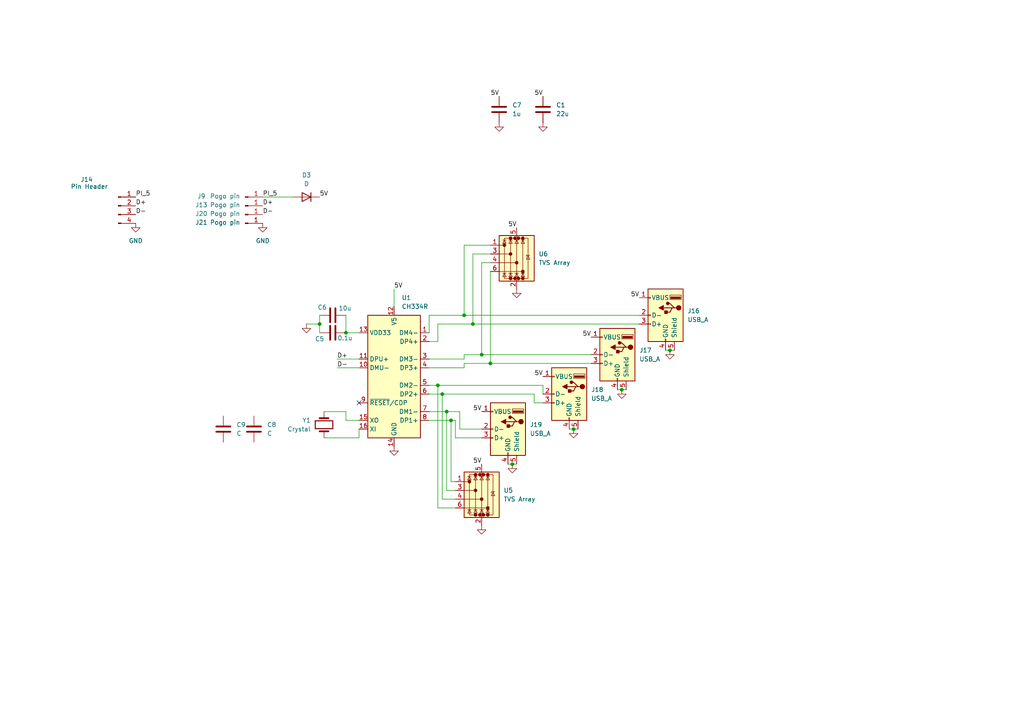
<source format=kicad_sch>
(kicad_sch (version 20231120) (generator "eeschema") (generator_version "8.0")
  (paper "A4")
  (lib_symbols
    (symbol "Connector:Conn_01x01_Pin" (pin_names (offset 1.016) hide)
      (property "Reference" "J" (at 0 2.54 0))
      (property "Value" "Conn_01x01_Pin" (at 0 -2.54 0))
      (symbol "Conn_01x01_Pin_1_1"
        (polyline (pts (xy 1.27 0) (xy 0.8636 0)) (stroke (width 0.1524)))
        (rectangle (start 0.8636 0.127) (end 0 -0.127) (stroke (width 0.1524)) (fill (type outline)))
        (pin passive line (at 5.08 0 180) (length 3.81) (name "Pin_1") (number "1"))
      )
    )
    (symbol "Connector:Conn_01x04_Pin" (pin_names (offset 1.016) hide)
      (property "Reference" "J" (at 0 5.08 0))
      (property "Value" "Conn_01x04_Pin" (at 0 -7.62 0))
      (symbol "Conn_01x04_Pin_1_1"
        (polyline (pts (xy 1.27 -5.08) (xy 0.8636 -5.08)) (stroke (width 0.1524)))
        (polyline (pts (xy 1.27 -2.54) (xy 0.8636 -2.54)) (stroke (width 0.1524)))
        (polyline (pts (xy 1.27 0) (xy 0.8636 0)) (stroke (width 0.1524)))
        (polyline (pts (xy 1.27 2.54) (xy 0.8636 2.54)) (stroke (width 0.1524)))
        (rectangle (start 0.8636 -4.953) (end 0 -5.207) (stroke (width 0.1524)) (fill (type outline)))
        (rectangle (start 0.8636 -2.413) (end 0 -2.667) (stroke (width 0.1524)) (fill (type outline)))
        (rectangle (start 0.8636 0.127) (end 0 -0.127) (stroke (width 0.1524)) (fill (type outline)))
        (rectangle (start 0.8636 2.667) (end 0 2.413) (stroke (width 0.1524)) (fill (type outline)))
        (pin passive line (at 5.08 2.54 180) (length 3.81) (name "Pin_1") (number "1"))
        (pin passive line (at 5.08 0 180) (length 3.81) (name "Pin_2") (number "2"))
        (pin passive line (at 5.08 -2.54 180) (length 3.81) (name "Pin_3") (number "3"))
        (pin passive line (at 5.08 -5.08 180) (length 3.81) (name "Pin_4") (number "4"))
      )
    )
    (symbol "Connector:USB_A" (pin_names (offset 1.016))
      (property "Reference" "J16" (at -6.35 1.2701 0))
      (property "Value" "USB_A" (at -6.35 -1.2699 0))
      (symbol "USB_A_0_1"
        (rectangle (start -5.08 7.62) (end 5.08 -7.62) (stroke (width 0.254)) (fill (type background)))
        (circle (center -3.81 2.159) (radius 0.635) (stroke (width 0.254)) (fill (type outline)))
        (rectangle (start -1.524 4.826) (end -4.318 5.334) (fill (type outline)))
        (rectangle (start -1.27 4.572) (end -4.572 5.842))
        (circle (center -0.635 3.429) (radius 0.381) (stroke (width 0.254)) (fill (type outline)))
        (rectangle (start -0.127 -7.62) (end 0.127 -6.858))
        (polyline (pts (xy -3.175 2.159) (xy -2.54 2.159) (xy -1.27 3.429) (xy -0.635 3.429)) (stroke (width 0.254)))
        (polyline (pts (xy -2.54 2.159) (xy -1.905 2.159) (xy -1.27 0.889) (xy 0 0.889)) (stroke (width 0.254)))
        (polyline (pts (xy 0.635 2.794) (xy 0.635 1.524) (xy 1.905 2.159) (xy 0.635 2.794)) (stroke (width 0.254)) (fill (type outline)))
        (rectangle (start 0.254 1.27) (end -0.508 0.508) (stroke (width 0.254)) (fill (type outline)))
        (rectangle (start 5.08 -2.667) (end 4.318 -2.413))
        (rectangle (start 5.08 -0.127) (end 4.318 0.127))
        (rectangle (start 5.08 4.953) (end 4.318 5.207))
      )
      (symbol "USB_A_1_1"
        (polyline (pts (xy -1.905 2.159) (xy 0.635 2.159)) (stroke (width 0.254)))
        (pin power_in line (at 7.62 5.08 180) (length 2.54) (name "VBUS") (number "1"))
        (pin bidirectional line (at 7.62 0 180) (length 2.54) (name "D-") (number "2"))
        (pin bidirectional line (at 7.62 -2.54 180) (length 2.54) (name "D+") (number "3"))
        (pin power_in line (at 0 -10.16 90) (length 2.54) (name "GND") (number "4"))
        (pin passive line (at -2.54 -10.16 90) (length 2.54) (name "Shield") (number "5"))
      )
    )
    (symbol "Device:C" (pin_numbers hide) (pin_names (offset 0.254))
      (property "Reference" "C" (at 0.635 2.54 0))
      (property "Value" "C" (at 0.635 -2.54 0))
      (symbol "C_0_1"
        (polyline (pts (xy -2.032 -0.762) (xy 2.032 -0.762)) (stroke (width 0.508)))
        (polyline (pts (xy -2.032 0.762) (xy 2.032 0.762)) (stroke (width 0.508)))
      )
      (symbol "C_1_1"
        (pin passive line (at 0 3.81 270) (length 2.794) (name "~") (number "1"))
        (pin passive line (at 0 -3.81 90) (length 2.794) (name "~") (number "2"))
      )
    )
    (symbol "Device:Crystal" (pin_numbers hide) (pin_names (offset 1.016) hide)
      (property "Reference" "Y" (at 0 3.81 0))
      (property "Value" "Crystal" (at 0 -3.81 0))
      (symbol "Crystal_0_1"
        (rectangle (start -1.143 2.54) (end 1.143 -2.54) (stroke (width 0.3048)))
        (polyline (pts (xy -2.54 0) (xy -1.905 0)))
        (polyline (pts (xy -1.905 -1.27) (xy -1.905 1.27)) (stroke (width 0.508)))
        (polyline (pts (xy 1.905 -1.27) (xy 1.905 1.27)) (stroke (width 0.508)))
        (polyline (pts (xy 2.54 0) (xy 1.905 0)))
      )
      (symbol "Crystal_1_1"
        (pin passive line (at -3.81 0 0) (length 1.27) (name "1") (number "1"))
        (pin passive line (at 3.81 0 180) (length 1.27) (name "2") (number "2"))
      )
    )
    (symbol "Device:D" (pin_numbers hide) (pin_names (offset 1.016) hide)
      (property "Reference" "D" (at 0 2.54 0))
      (property "Value" "D" (at 0 -2.54 0))
      (symbol "D_0_1"
        (polyline (pts (xy -1.27 1.27) (xy -1.27 -1.27)) (stroke (width 0.254)))
        (polyline (pts (xy 1.27 0) (xy -1.27 0)))
        (polyline (pts (xy 1.27 1.27) (xy 1.27 -1.27) (xy -1.27 0) (xy 1.27 1.27)) (stroke (width 0.254)))
      )
      (symbol "D_1_1"
        (pin passive line (at -3.81 0 0) (length 2.54) (name "K") (number "1"))
        (pin passive line (at 3.81 0 180) (length 2.54) (name "A") (number "2"))
      )
    )
    (symbol "Interface_USB:CH334R"
      (property "Reference" "U" (at -7.62 20.32 0))
      (property "Value" "CH334R" (at 2.54 20.32 0))
      (symbol "CH334R_0_1"
        (rectangle (start -7.62 17.78) (end 7.62 -17.78) (stroke (width 0.254)) (fill (type background)))
      )
      (symbol "CH334R_1_1"
        (pin bidirectional line (at 10.16 12.7 180) (length 2.54) (name "DM4-") (number "1"))
        (pin bidirectional line (at -10.16 2.54 0) (length 2.54) (name "DMU-") (number "10"))
        (pin bidirectional line (at -10.16 5.08 0) (length 2.54) (name "DPU+") (number "11"))
        (pin power_in line (at 0 20.32 270) (length 2.54) (name "V5") (number "12"))
        (pin passive line (at -10.16 12.7 0) (length 2.54) (name "VDD33") (number "13"))
        (pin power_in line (at 0 -20.32 90) (length 2.54) (name "GND") (number "14"))
        (pin passive line (at -10.16 -12.7 0) (length 2.54) (name "XO") (number "15"))
        (pin passive line (at -10.16 -15.24 0) (length 2.54) (name "XI") (number "16"))
        (pin bidirectional line (at 10.16 10.16 180) (length 2.54) (name "DP4+") (number "2"))
        (pin bidirectional line (at 10.16 5.08 180) (length 2.54) (name "DM3-") (number "3"))
        (pin bidirectional line (at 10.16 2.54 180) (length 2.54) (name "DP3+") (number "4"))
        (pin bidirectional line (at 10.16 -2.54 180) (length 2.54) (name "DM2-") (number "5"))
        (pin bidirectional line (at 10.16 -5.08 180) (length 2.54) (name "DP2+") (number "6"))
        (pin bidirectional line (at 10.16 -10.16 180) (length 2.54) (name "DM1-") (number "7"))
        (pin bidirectional line (at 10.16 -12.7 180) (length 2.54) (name "DP1+") (number "8"))
        (pin input line (at -10.16 -7.62 0) (length 2.54) (name "~{RESET}/CDP") (number "9"))
      )
    )
    (symbol "Power_Protection:WE-TVS-824015043" (pin_names hide)
      (property "Reference" "U" (at 0 12.7 0))
      (property "Value" "WE-TVS-824015043" (at 0 10.16 0))
      (symbol "WE-TVS-824015043_0_0"
        (circle (center -3.556 2.54) (radius 0.0001) (stroke (width 0.508)))
        (circle (center -1.778 -7.112) (radius 0.0001) (stroke (width 0.508)))
        (circle (center -1.778 0) (radius 0.0001) (stroke (width 0.508)))
        (circle (center -1.778 4.572) (radius 0.0001) (stroke (width 0.508)))
        (circle (center -0.508 -7.112) (radius 0.0001) (stroke (width 0.508)))
        (circle (center -0.508 4.572) (radius 0.0001) (stroke (width 0.508)))
        (circle (center 0 -2.54) (radius 0.0001) (stroke (width 0.508)))
        (circle (center 0.508 -7.112) (radius 0.0001) (stroke (width 0.508)))
        (circle (center 0.508 4.572) (radius 0.0001) (stroke (width 0.508)))
        (circle (center 1.778 -7.112) (radius 0.0001) (stroke (width 0.508)))
        (circle (center 1.778 -5.08) (radius 0.0001) (stroke (width 0.508)))
        (circle (center 1.778 4.572) (radius 0.0001) (stroke (width 0.508)))
      )
      (symbol "WE-TVS-824015043_0_1"
        (polyline (pts (xy -5.08 -5.08) (xy 1.778 -5.08)))
        (polyline (pts (xy -5.08 -2.54) (xy 0 -2.54)))
        (polyline (pts (xy -5.08 0) (xy -1.778 0)))
        (polyline (pts (xy -5.08 2.54) (xy -3.556 2.54)))
        (polyline (pts (xy -4.064 -5.588) (xy -3.048 -5.588)))
        (polyline (pts (xy -3.048 4.064) (xy -4.064 4.064)))
        (polyline (pts (xy -2.286 -5.588) (xy -1.27 -5.588)))
        (polyline (pts (xy -2.286 4.064) (xy -1.27 4.064)))
        (polyline (pts (xy -0.508 -5.588) (xy 0.508 -5.588)))
        (polyline (pts (xy 0 5.08) (xy 0.508 4.572)))
        (polyline (pts (xy 0.508 -7.112) (xy -0.508 -7.112)))
        (polyline (pts (xy 0.508 4.064) (xy -0.508 4.064)))
        (polyline (pts (xy 1.27 4.064) (xy 2.286 4.064)))
        (polyline (pts (xy 2.286 -5.588) (xy 1.27 -5.588)))
        (polyline (pts (xy 2.794 -0.762) (xy 2.794 -0.381) (xy 3.81 -0.381)))
        (polyline (pts (xy -4.064 3.048) (xy -3.048 3.048) (xy -3.556 4.064) (xy -4.064 3.048)))
        (polyline (pts (xy -3.048 -6.604) (xy -4.064 -6.604) (xy -3.556 -5.588) (xy -3.048 -6.604)))
        (polyline (pts (xy -1.27 -6.604) (xy -2.286 -6.604) (xy -1.778 -5.588) (xy -1.27 -6.604)))
        (polyline (pts (xy -1.27 3.048) (xy -2.286 3.048) (xy -1.778 4.064) (xy -1.27 3.048)))
        (polyline (pts (xy -0.508 -6.604) (xy 0.508 -6.604) (xy 0 -5.588) (xy -0.508 -6.604)))
        (polyline (pts (xy -0.508 3.048) (xy 0.508 3.048) (xy 0 4.064) (xy -0.508 3.048)))
        (polyline (pts (xy 1.27 -6.604) (xy 2.286 -6.604) (xy 1.778 -5.588) (xy 1.27 -6.604)))
        (polyline (pts (xy 1.778 4.572) (xy 3.302 4.572) (xy 3.302 -7.112) (xy 1.778 -7.112)))
        (polyline (pts (xy 2.286 3.048) (xy 1.27 3.048) (xy 1.778 4.064) (xy 2.286 3.048)))
        (polyline (pts (xy 3.81 -1.524) (xy 2.794 -1.524) (xy 3.302 -0.508) (xy 3.81 -1.524)))
      )
      (symbol "WE-TVS-824015043_1_1"
        (rectangle (start -5.08 5.334) (end 5.08 -7.874) (stroke (width 0.254)) (fill (type background)))
        (polyline (pts (xy -1.778 4.572) (xy -3.556 4.572) (xy -3.556 -7.112) (xy -1.778 -7.112)))
        (polyline (pts (xy -0.508 4.572) (xy 1.778 4.572) (xy 1.778 -7.112) (xy 0.508 -7.112)))
        (polyline (pts (xy 0.508 -7.112) (xy 0 -6.604) (xy 0 4.064) (xy -0.508 4.572)))
        (polyline (pts (xy 0 -7.62) (xy -0.508 -7.112) (xy -1.778 -7.112) (xy -1.778 4.572) (xy -0.508 4.572)))
        (pin passive line (at -7.62 2.54 0) (length 2.54) (name "I/O1") (number "1"))
        (pin passive line (at 0 -10.16 90) (length 2.54) (name "GND") (number "2"))
        (pin passive line (at -7.62 0 0) (length 2.54) (name "I/O2") (number "3"))
        (pin passive line (at -7.62 -2.54 0) (length 2.54) (name "I/O3") (number "4"))
        (pin passive line (at 0 7.62 270) (length 2.54) (name "VBUS") (number "5"))
        (pin passive line (at -7.62 -5.08 0) (length 2.54) (name "I/O4") (number "6"))
      )
    )
    (symbol "power:GND" (power) (pin_numbers hide) (pin_names (offset 0) hide)
      (property "Value" "GND" (at 0 -3.81 0))
      (symbol "GND_0_1"
        (polyline (pts (xy 0 0) (xy 0 -1.27) (xy 1.27 -1.27) (xy 0 -2.54) (xy -1.27 -1.27) (xy 0 -1.27)))
      )
      (symbol "GND_1_1"
        (pin power_in line (at 0 0 270) (length 0) (name "~") (number "1"))
      )
    )
  )
  (junction (at 129.54 119.38))
  (junction (at 130.81 121.92))
  (junction (at 180.34 113.03))
  (junction (at 100.33 96.52))
  (junction (at 194.31 101.6))
  (junction (at 166.37 124.46))
  (junction (at 127 111.76))
  (junction (at 148.59 134.62))
  (junction (at 142.24 105.41))
  (junction (at 137.16 93.98))
  (junction (at 92.71 93.98))
  (junction (at 134.62 91.44))
  (junction (at 139.7 102.87))
  (junction (at 128.27 114.3))
  (no_connect (at 104.14 116.84))
  (wire (pts (xy 154.94 116.84) (xy 157.48 116.84)))
  (wire (pts (xy 132.08 142.24) (xy 129.54 142.24)))
  (wire (pts (xy 134.62 106.68) (xy 124.46 106.68)))
  (wire (pts (xy 114.3 83.82) (xy 114.3 88.9)))
  (wire (pts (xy 142.24 78.74) (xy 142.24 105.41)))
  (wire (pts (xy 124.46 119.38) (xy 129.54 119.38)))
  (wire (pts (xy 166.37 124.46) (xy 167.64 124.46)))
  (wire (pts (xy 142.24 105.41) (xy 171.45 105.41)))
  (wire (pts (xy 104.14 127) (xy 93.98 127)))
  (wire (pts (xy 165.1 124.46) (xy 166.37 124.46)))
  (wire (pts (xy 130.81 139.7) (xy 132.08 139.7)))
  (wire (pts (xy 134.62 102.87) (xy 134.62 104.14)))
  (wire (pts (xy 97.79 106.68) (xy 104.14 106.68)))
  (wire (pts (xy 88.9 93.98) (xy 92.71 93.98)))
  (wire (pts (xy 134.62 102.87) (xy 139.7 102.87)))
  (wire (pts (xy 92.71 91.44) (xy 92.71 93.98)))
  (wire (pts (xy 127 111.76) (xy 157.48 111.76)))
  (wire (pts (xy 100.33 121.92) (xy 100.33 119.38)))
  (wire (pts (xy 134.62 104.14) (xy 124.46 104.14)))
  (wire (pts (xy 124.46 111.76) (xy 127 111.76)))
  (wire (pts (xy 104.14 124.46) (xy 104.14 127)))
  (wire (pts (xy 154.94 114.3) (xy 154.94 116.84)))
  (wire (pts (xy 76.2 57.15) (xy 85.09 57.15)))
  (wire (pts (xy 148.59 134.62) (xy 149.86 134.62)))
  (wire (pts (xy 100.33 119.38) (xy 93.98 119.38)))
  (wire (pts (xy 147.32 134.62) (xy 148.59 134.62)))
  (wire (pts (xy 100.33 96.52) (xy 104.14 96.52)))
  (wire (pts (xy 128.27 114.3) (xy 154.94 114.3)))
  (wire (pts (xy 97.79 104.14) (xy 104.14 104.14)))
  (wire (pts (xy 137.16 73.66) (xy 137.16 93.98)))
  (wire (pts (xy 137.16 93.98) (xy 185.42 93.98)))
  (wire (pts (xy 193.04 101.6) (xy 194.31 101.6)))
  (wire (pts (xy 130.81 121.92) (xy 132.08 121.92)))
  (wire (pts (xy 133.35 119.38) (xy 133.35 124.46)))
  (wire (pts (xy 129.54 119.38) (xy 133.35 119.38)))
  (wire (pts (xy 132.08 127) (xy 139.7 127)))
  (wire (pts (xy 134.62 105.41) (xy 134.62 106.68)))
  (wire (pts (xy 129.54 142.24) (xy 129.54 119.38)))
  (wire (pts (xy 127 93.98) (xy 137.16 93.98)))
  (wire (pts (xy 194.31 101.6) (xy 195.58 101.6)))
  (wire (pts (xy 124.46 91.44) (xy 124.46 96.52)))
  (wire (pts (xy 157.48 111.76) (xy 157.48 114.3)))
  (wire (pts (xy 127 147.32) (xy 127 111.76)))
  (wire (pts (xy 128.27 144.78) (xy 128.27 114.3)))
  (wire (pts (xy 134.62 105.41) (xy 142.24 105.41)))
  (wire (pts (xy 179.07 113.03) (xy 180.34 113.03)))
  (wire (pts (xy 139.7 76.2) (xy 139.7 102.87)))
  (wire (pts (xy 130.81 121.92) (xy 130.81 139.7)))
  (wire (pts (xy 132.08 147.32) (xy 127 147.32)))
  (wire (pts (xy 127 93.98) (xy 127 99.06)))
  (wire (pts (xy 142.24 71.12) (xy 134.62 71.12)))
  (wire (pts (xy 134.62 71.12) (xy 134.62 91.44)))
  (wire (pts (xy 139.7 102.87) (xy 171.45 102.87)))
  (wire (pts (xy 104.14 121.92) (xy 100.33 121.92)))
  (wire (pts (xy 180.34 113.03) (xy 181.61 113.03)))
  (wire (pts (xy 132.08 144.78) (xy 128.27 144.78)))
  (wire (pts (xy 142.24 73.66) (xy 137.16 73.66)))
  (wire (pts (xy 133.35 124.46) (xy 139.7 124.46)))
  (wire (pts (xy 127 99.06) (xy 124.46 99.06)))
  (wire (pts (xy 132.08 121.92) (xy 132.08 127)))
  (wire (pts (xy 124.46 91.44) (xy 134.62 91.44)))
  (wire (pts (xy 124.46 114.3) (xy 128.27 114.3)))
  (wire (pts (xy 130.81 121.92) (xy 124.46 121.92)))
  (wire (pts (xy 100.33 91.44) (xy 100.33 96.52)))
  (wire (pts (xy 92.71 93.98) (xy 92.71 96.52)))
  (wire (pts (xy 134.62 91.44) (xy 185.42 91.44)))
  (wire (pts (xy 142.24 76.2) (xy 139.7 76.2)))
  (label "5V" (at 157.48 27.94 180))
  (label "D+" (at 39.37 59.69 0))
  (label "5V" (at 139.7 134.62 180))
  (label "5V" (at 149.86 66.04 180))
  (label "5V" (at 185.42 86.36 180))
  (label "5V" (at 139.7 119.38 180))
  (label "5V" (at 144.78 27.94 180))
  (label "D+" (at 76.2 59.69 0))
  (label "5V" (at 171.45 97.79 180))
  (label "PI_5" (at 39.37 57.15 0))
  (label "5V" (at 114.3 83.82 0))
  (label "5V" (at 157.48 109.22 180))
  (label "5V" (at 92.71 57.15 0))
  (label "D-" (at 39.37 62.23 0))
  (label "D-" (at 76.2 62.23 0))
  (label "PI_5" (at 76.2 57.15 0))
  (label "D-" (at 97.79 106.68 0))
  (label "D+" (at 97.79 104.14 0))
  (symbol (lib_id "Device:C") (at 73.66 124.46 0) (unit 1)
    (property "Reference" "C8" (at 77.47 123.1899 0) (effects (justify left)))
    (property "Value" "C" (at 77.47 125.7299 0) (effects (justify left)))
    (property "Description" "Unpolarized capacitor" (effects (hide yes)))
  )
  (symbol (lib_id "Interface_USB:CH334R") (at 114.3 109.22 0) (unit 1)
    (property "Reference" "U1" (at 116.4941 86.36 0) (effects (justify left)))
    (property "Value" "CH334R" (at 116.4941 88.9 0) (effects (justify left)))
    (property "Footprint" "Package_SO:QSOP-16_3.9x4.9mm_P0.635mm" (effects (hide yes)))
    (property "Datasheet" "https://www.wch-ic.com/downloads/file/327.html" (effects (hide yes)))
    (property "Description" "USB HUB controller, UART, QSOP-16" (effects (hide yes)))
  )
  (symbol (lib_id "power:GND") (at 139.7 152.4 0) (unit 1)
    (property "Reference" "#PWR024" (effects (hide yes)))
    (property "Value" "GND" (effects (hide yes)))
    (property "Description" "Power symbol creates a global label with name \"GND\" , ground" (effects (hide yes)))
  )
  (symbol (lib_id "power:GND") (at 114.3 129.54 0) (unit 1)
    (property "Reference" "#PWR04" (effects (hide yes)))
    (property "Value" "GND" (effects (hide yes)))
    (property "Description" "Power symbol creates a global label with name \"GND\" , ground" (effects (hide yes)))
  )
  (symbol (lib_id "power:GND") (at 166.37 124.46 0) (unit 1)
    (property "Reference" "#PWR021" (effects (hide yes)))
    (property "Value" "GND" (effects (hide yes)))
    (property "Description" "Power symbol creates a global label with name \"GND\" , ground" (effects (hide yes)))
  )
  (symbol (lib_id "power:GND") (at 88.9 93.98 0) (unit 1)
    (property "Reference" "#PWR05" (effects (hide yes)))
    (property "Value" "GND" (effects (hide yes)))
    (property "Description" "Power symbol creates a global label with name \"GND\" , ground" (effects (hide yes)))
  )
  (symbol (lib_id "Connector:Conn_01x01_Pin") (at 71.12 62.23 0) (unit 1)
    (property "Reference" "J20" (at 58.42 61.976 0))
    (property "Value" "Pogo pin" (at 65.278 61.976 0))
    (property "Description" "Generic connector, single row, 01x01, script generated" (effects (hide yes)))
  )
  (symbol (lib_id "power:GND") (at 180.34 113.03 0) (unit 1)
    (property "Reference" "#PWR020" (effects (hide yes)))
    (property "Value" "GND" (effects (hide yes)))
    (property "Description" "Power symbol creates a global label with name \"GND\" , ground" (effects (hide yes)))
  )
  (symbol (lib_id "Connector:Conn_01x04_Pin") (at 34.29 59.69 0) (unit 1)
    (property "Reference" "J14" (at 25.146 52.07 0))
    (property "Value" "Pin Header" (at 25.908 54.102 0))
    (property "Description" "Generic connector, single row, 01x04, script generated" (effects (hide yes)))
  )
  (symbol (lib_id "Device:C") (at 144.78 31.75 0) (unit 1)
    (property "Reference" "C7" (at 148.59 30.4799 0) (effects (justify left)))
    (property "Value" "1u" (at 148.59 33.0199 0) (effects (justify left)))
    (property "Description" "Unpolarized capacitor" (effects (hide yes)))
  )
  (symbol (lib_id "Device:C") (at 96.52 91.44 90) (unit 1)
    (property "Reference" "C6" (at 93.472 89.154 90))
    (property "Value" "10u" (at 100.076 89.408 90))
    (property "Description" "Unpolarized capacitor" (effects (hide yes)))
  )
  (symbol (lib_id "Device:C") (at 157.48 31.75 0) (unit 1)
    (property "Reference" "C1" (at 161.29 30.4799 0) (effects (justify left)))
    (property "Value" "22u" (at 161.29 33.0199 0) (effects (justify left)))
    (property "Description" "Unpolarized capacitor" (effects (hide yes)))
  )
  (symbol (lib_id "power:GND") (at 157.48 35.56 0) (unit 1)
    (property "Reference" "#PWR07" (effects (hide yes)))
    (property "Value" "GND" (effects (hide yes)))
    (property "Description" "Power symbol creates a global label with name \"GND\" , ground" (effects (hide yes)))
  )
  (symbol (lib_id "Power_Protection:WE-TVS-824015043") (at 139.7 142.24 0) (unit 1)
    (property "Reference" "U5" (at 146.05 142.2399 0) (effects (justify left)))
    (property "Value" "TVS Array" (at 146.05 144.7799 0) (effects (justify left)))
    (property "Footprint" "Package_TO_SOT_SMD:SOT-23-6" (effects (hide yes)))
    (property "Datasheet" "https://www.we-online.com/components/products/datasheet/824015043.pdf" (effects (hide yes)))
    (property "Description" "Low Capacitance TVS Diode Array, 2 Channels, SOT-23-6" (effects (hide yes)))
  )
  (symbol (lib_id "power:GND") (at 39.37 64.77 0) (unit 1)
    (property "Reference" "#PWR02" (effects (hide yes)))
    (property "Value" "GND" (at 39.37 69.85 0))
    (property "Description" "Power symbol creates a global label with name \"GND\" , ground" (effects (hide yes)))
  )
  (symbol (lib_id "Device:C") (at 96.52 96.52 90) (mirror x) (unit 1)
    (property "Reference" "C5" (at 92.71 98.298 90))
    (property "Value" "0.1u" (at 100.076 98.044 90))
    (property "Description" "Unpolarized capacitor" (effects (hide yes)))
  )
  (symbol (lib_id "Power_Protection:WE-TVS-824015043") (at 149.86 73.66 0) (unit 1)
    (property "Reference" "U6" (at 156.21 73.6599 0) (effects (justify left)))
    (property "Value" "TVS Array" (at 156.21 76.1999 0) (effects (justify left)))
    (property "Footprint" "Package_TO_SOT_SMD:SOT-23-6" (effects (hide yes)))
    (property "Datasheet" "https://www.we-online.com/components/products/datasheet/824015043.pdf" (effects (hide yes)))
    (property "Description" "Low Capacitance TVS Diode Array, 2 Channels, SOT-23-6" (effects (hide yes)))
  )
  (symbol (lib_id "Connector:Conn_01x01_Pin") (at 71.12 64.77 0) (unit 1)
    (property "Reference" "J21" (at 58.42 64.516 0))
    (property "Value" "Pogo pin" (at 65.278 64.516 0))
    (property "Description" "Generic connector, single row, 01x01, script generated" (effects (hide yes)))
  )
  (symbol (lib_id "Connector:Conn_01x01_Pin") (at 71.12 57.15 0) (unit 1)
    (property "Reference" "J9" (at 58.42 56.896 0))
    (property "Value" "Pogo pin" (at 65.278 56.896 0))
    (property "Description" "Generic connector, single row, 01x01, script generated" (effects (hide yes)))
  )
  (symbol (lib_id "power:GND") (at 76.2 64.77 0) (unit 1)
    (property "Reference" "#PWR023" (effects (hide yes)))
    (property "Value" "GND" (at 76.2 69.85 0))
    (property "Description" "Power symbol creates a global label with name \"GND\" , ground" (effects (hide yes)))
  )
  (symbol (lib_id "Device:Crystal") (at 93.98 123.19 90) (unit 1)
    (property "Reference" "Y1" (at 90.17 121.9199 90) (effects (justify left)))
    (property "Value" "Crystal" (at 90.17 124.4599 90) (effects (justify left)))
    (property "Description" "Two pin crystal" (effects (hide yes)))
  )
  (symbol (lib_id "Device:C") (at 64.77 124.46 0) (unit 1)
    (property "Reference" "C9" (at 68.58 123.1899 0) (effects (justify left)))
    (property "Value" "C" (at 68.58 125.7299 0) (effects (justify left)))
    (property "Description" "Unpolarized capacitor" (effects (hide yes)))
  )
  (symbol (lib_id "Connector:USB_A") (at 179.07 102.87 0) (mirror y) (unit 1)
    (property "Reference" "J17" (at 185.42 101.5999 0) (effects (justify right)))
    (property "Value" "USB_A" (at 185.42 104.1399 0) (effects (justify right)))
    (property "Datasheet" " ~" (effects (hide yes)))
    (property "Description" "USB Type A connector" (effects (hide yes)))
  )
  (symbol (lib_id "power:GND") (at 194.31 101.6 0) (unit 1)
    (property "Reference" "#PWR08" (effects (hide yes)))
    (property "Value" "GND" (effects (hide yes)))
    (property "Description" "Power symbol creates a global label with name \"GND\" , ground" (effects (hide yes)))
  )
  (symbol (lib_id "power:GND") (at 149.86 83.82 0) (unit 1)
    (property "Reference" "#PWR025" (effects (hide yes)))
    (property "Value" "GND" (effects (hide yes)))
    (property "Description" "Power symbol creates a global label with name \"GND\" , ground" (effects (hide yes)))
  )
  (symbol (lib_id "power:GND") (at 148.59 134.62 0) (unit 1)
    (property "Reference" "#PWR022" (effects (hide yes)))
    (property "Value" "GND" (effects (hide yes)))
    (property "Description" "Power symbol creates a global label with name \"GND\" , ground" (effects (hide yes)))
  )
  (symbol (lib_id "Connector:USB_A") (at 165.1 114.3 0) (mirror y) (unit 1)
    (property "Reference" "J18" (at 171.45 113.0299 0) (effects (justify right)))
    (property "Value" "USB_A" (at 171.45 115.5699 0) (effects (justify right)))
    (property "Datasheet" " ~" (effects (hide yes)))
    (property "Description" "USB Type A connector" (effects (hide yes)))
  )
  (symbol (lib_id "power:GND") (at 144.78 35.56 0) (unit 1)
    (property "Reference" "#PWR06" (effects (hide yes)))
    (property "Value" "GND" (effects (hide yes)))
    (property "Description" "Power symbol creates a global label with name \"GND\" , ground" (effects (hide yes)))
  )
  (symbol (lib_id "Connector:Conn_01x01_Pin") (at 71.12 59.69 0) (unit 1)
    (property "Reference" "J13" (at 58.42 59.436 0))
    (property "Value" "Pogo pin" (at 65.278 59.436 0))
    (property "Description" "Generic connector, single row, 01x01, script generated" (effects (hide yes)))
  )
  (symbol (lib_id "Device:D") (at 88.9 57.15 180) (unit 1)
    (property "Reference" "D3" (at 88.9 50.8 0))
    (property "Value" "D" (at 88.9 53.34 0))
    (property "Description" "Diode" (effects (hide yes)))
    (property "Sim.Device" "D" (effects (hide yes)))
    (property "Sim.Pins" "1=K 2=A" (effects (hide yes)))
  )
  (symbol (lib_id "Connector:USB_A") (at 147.32 124.46 0) (mirror y) (unit 1)
    (property "Reference" "J19" (at 153.67 123.1899 0) (effects (justify right)))
    (property "Value" "USB_A" (at 153.67 125.7299 0) (effects (justify right)))
    (property "Datasheet" " ~" (effects (hide yes)))
    (property "Description" "USB Type A connector" (effects (hide yes)))
  )
  (symbol (lib_id "Connector:USB_A") (at 193.04 91.44 0) (mirror y) (unit 1)
    (property "Reference" "J16" (at 199.39 90.1699 0) (effects (justify right)))
    (property "Value" "USB_A" (at 199.39 92.7099 0) (effects (justify right)))
    (property "Datasheet" " ~" (effects (hide yes)))
    (property "Description" "USB Type A connector" (effects (hide yes)))
  )
)
</source>
